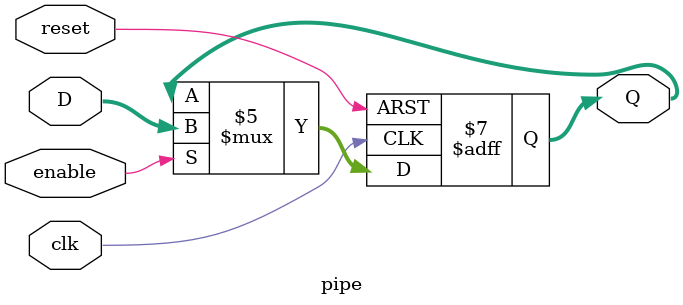
<source format=v>
module pipe #(parameter size = 96)(Q, D, clk, reset, enable);
input [size - 1:0] D;
input clk, reset, enable;
output reg [size - 1:0] Q;



always @(posedge clk, negedge reset) begin


if (~reset)
	Q <= {size{1'b0}};
	
else if (~enable)
	Q <= Q;

else
	Q <= D;

end 

endmodule 
</source>
